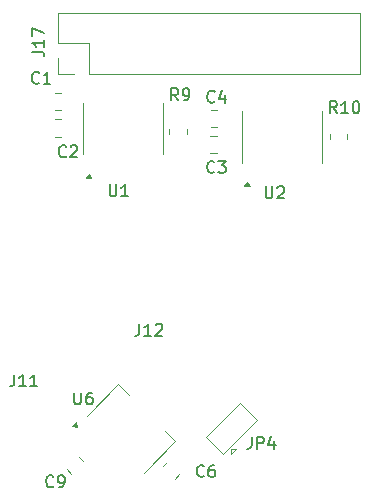
<source format=gbr>
%TF.GenerationSoftware,KiCad,Pcbnew,8.0.4*%
%TF.CreationDate,2024-12-17T16:18:05+07:00*%
%TF.ProjectId,8bit_bus,38626974-5f62-4757-932e-6b696361645f,rev?*%
%TF.SameCoordinates,Original*%
%TF.FileFunction,Legend,Top*%
%TF.FilePolarity,Positive*%
%FSLAX46Y46*%
G04 Gerber Fmt 4.6, Leading zero omitted, Abs format (unit mm)*
G04 Created by KiCad (PCBNEW 8.0.4) date 2024-12-17 16:18:05*
%MOMM*%
%LPD*%
G01*
G04 APERTURE LIST*
%ADD10C,0.150000*%
%ADD11C,0.120000*%
G04 APERTURE END LIST*
D10*
X41291426Y-58952231D02*
X41243807Y-58999851D01*
X41243807Y-58999851D02*
X41100950Y-59047470D01*
X41100950Y-59047470D02*
X41005712Y-59047470D01*
X41005712Y-59047470D02*
X40862855Y-58999851D01*
X40862855Y-58999851D02*
X40767617Y-58904612D01*
X40767617Y-58904612D02*
X40719998Y-58809374D01*
X40719998Y-58809374D02*
X40672379Y-58618898D01*
X40672379Y-58618898D02*
X40672379Y-58476041D01*
X40672379Y-58476041D02*
X40719998Y-58285565D01*
X40719998Y-58285565D02*
X40767617Y-58190327D01*
X40767617Y-58190327D02*
X40862855Y-58095089D01*
X40862855Y-58095089D02*
X41005712Y-58047470D01*
X41005712Y-58047470D02*
X41100950Y-58047470D01*
X41100950Y-58047470D02*
X41243807Y-58095089D01*
X41243807Y-58095089D02*
X41291426Y-58142708D01*
X42148569Y-58047470D02*
X41958093Y-58047470D01*
X41958093Y-58047470D02*
X41862855Y-58095089D01*
X41862855Y-58095089D02*
X41815236Y-58142708D01*
X41815236Y-58142708D02*
X41719998Y-58285565D01*
X41719998Y-58285565D02*
X41672379Y-58476041D01*
X41672379Y-58476041D02*
X41672379Y-58856993D01*
X41672379Y-58856993D02*
X41719998Y-58952231D01*
X41719998Y-58952231D02*
X41767617Y-58999851D01*
X41767617Y-58999851D02*
X41862855Y-59047470D01*
X41862855Y-59047470D02*
X42053331Y-59047470D01*
X42053331Y-59047470D02*
X42148569Y-58999851D01*
X42148569Y-58999851D02*
X42196188Y-58952231D01*
X42196188Y-58952231D02*
X42243807Y-58856993D01*
X42243807Y-58856993D02*
X42243807Y-58618898D01*
X42243807Y-58618898D02*
X42196188Y-58523660D01*
X42196188Y-58523660D02*
X42148569Y-58476041D01*
X42148569Y-58476041D02*
X42053331Y-58428422D01*
X42053331Y-58428422D02*
X41862855Y-58428422D01*
X41862855Y-58428422D02*
X41767617Y-58476041D01*
X41767617Y-58476041D02*
X41719998Y-58523660D01*
X41719998Y-58523660D02*
X41672379Y-58618898D01*
X29632826Y-31875830D02*
X29585207Y-31923450D01*
X29585207Y-31923450D02*
X29442350Y-31971069D01*
X29442350Y-31971069D02*
X29347112Y-31971069D01*
X29347112Y-31971069D02*
X29204255Y-31923450D01*
X29204255Y-31923450D02*
X29109017Y-31828211D01*
X29109017Y-31828211D02*
X29061398Y-31732973D01*
X29061398Y-31732973D02*
X29013779Y-31542497D01*
X29013779Y-31542497D02*
X29013779Y-31399640D01*
X29013779Y-31399640D02*
X29061398Y-31209164D01*
X29061398Y-31209164D02*
X29109017Y-31113926D01*
X29109017Y-31113926D02*
X29204255Y-31018688D01*
X29204255Y-31018688D02*
X29347112Y-30971069D01*
X29347112Y-30971069D02*
X29442350Y-30971069D01*
X29442350Y-30971069D02*
X29585207Y-31018688D01*
X29585207Y-31018688D02*
X29632826Y-31066307D01*
X30013779Y-31066307D02*
X30061398Y-31018688D01*
X30061398Y-31018688D02*
X30156636Y-30971069D01*
X30156636Y-30971069D02*
X30394731Y-30971069D01*
X30394731Y-30971069D02*
X30489969Y-31018688D01*
X30489969Y-31018688D02*
X30537588Y-31066307D01*
X30537588Y-31066307D02*
X30585207Y-31161545D01*
X30585207Y-31161545D02*
X30585207Y-31256783D01*
X30585207Y-31256783D02*
X30537588Y-31399640D01*
X30537588Y-31399640D02*
X29966160Y-31971069D01*
X29966160Y-31971069D02*
X30585207Y-31971069D01*
X45323759Y-55659869D02*
X45323759Y-56374154D01*
X45323759Y-56374154D02*
X45276140Y-56517011D01*
X45276140Y-56517011D02*
X45180902Y-56612250D01*
X45180902Y-56612250D02*
X45038045Y-56659869D01*
X45038045Y-56659869D02*
X44942807Y-56659869D01*
X45799950Y-56659869D02*
X45799950Y-55659869D01*
X45799950Y-55659869D02*
X46180902Y-55659869D01*
X46180902Y-55659869D02*
X46276140Y-55707488D01*
X46276140Y-55707488D02*
X46323759Y-55755107D01*
X46323759Y-55755107D02*
X46371378Y-55850345D01*
X46371378Y-55850345D02*
X46371378Y-55993202D01*
X46371378Y-55993202D02*
X46323759Y-56088440D01*
X46323759Y-56088440D02*
X46276140Y-56136059D01*
X46276140Y-56136059D02*
X46180902Y-56183678D01*
X46180902Y-56183678D02*
X45799950Y-56183678D01*
X47228521Y-55993202D02*
X47228521Y-56659869D01*
X46990426Y-55612250D02*
X46752331Y-56326535D01*
X46752331Y-56326535D02*
X47371378Y-56326535D01*
X42180426Y-33196630D02*
X42132807Y-33244250D01*
X42132807Y-33244250D02*
X41989950Y-33291869D01*
X41989950Y-33291869D02*
X41894712Y-33291869D01*
X41894712Y-33291869D02*
X41751855Y-33244250D01*
X41751855Y-33244250D02*
X41656617Y-33149011D01*
X41656617Y-33149011D02*
X41608998Y-33053773D01*
X41608998Y-33053773D02*
X41561379Y-32863297D01*
X41561379Y-32863297D02*
X41561379Y-32720440D01*
X41561379Y-32720440D02*
X41608998Y-32529964D01*
X41608998Y-32529964D02*
X41656617Y-32434726D01*
X41656617Y-32434726D02*
X41751855Y-32339488D01*
X41751855Y-32339488D02*
X41894712Y-32291869D01*
X41894712Y-32291869D02*
X41989950Y-32291869D01*
X41989950Y-32291869D02*
X42132807Y-32339488D01*
X42132807Y-32339488D02*
X42180426Y-32387107D01*
X42513760Y-32291869D02*
X43132807Y-32291869D01*
X43132807Y-32291869D02*
X42799474Y-32672821D01*
X42799474Y-32672821D02*
X42942331Y-32672821D01*
X42942331Y-32672821D02*
X43037569Y-32720440D01*
X43037569Y-32720440D02*
X43085188Y-32768059D01*
X43085188Y-32768059D02*
X43132807Y-32863297D01*
X43132807Y-32863297D02*
X43132807Y-33101392D01*
X43132807Y-33101392D02*
X43085188Y-33196630D01*
X43085188Y-33196630D02*
X43037569Y-33244250D01*
X43037569Y-33244250D02*
X42942331Y-33291869D01*
X42942331Y-33291869D02*
X42656617Y-33291869D01*
X42656617Y-33291869D02*
X42561379Y-33244250D01*
X42561379Y-33244250D02*
X42513760Y-33196630D01*
X52550035Y-28237269D02*
X52216702Y-27761078D01*
X51978607Y-28237269D02*
X51978607Y-27237269D01*
X51978607Y-27237269D02*
X52359559Y-27237269D01*
X52359559Y-27237269D02*
X52454797Y-27284888D01*
X52454797Y-27284888D02*
X52502416Y-27332507D01*
X52502416Y-27332507D02*
X52550035Y-27427745D01*
X52550035Y-27427745D02*
X52550035Y-27570602D01*
X52550035Y-27570602D02*
X52502416Y-27665840D01*
X52502416Y-27665840D02*
X52454797Y-27713459D01*
X52454797Y-27713459D02*
X52359559Y-27761078D01*
X52359559Y-27761078D02*
X51978607Y-27761078D01*
X53502416Y-28237269D02*
X52930988Y-28237269D01*
X53216702Y-28237269D02*
X53216702Y-27237269D01*
X53216702Y-27237269D02*
X53121464Y-27380126D01*
X53121464Y-27380126D02*
X53026226Y-27475364D01*
X53026226Y-27475364D02*
X52930988Y-27522983D01*
X54121464Y-27237269D02*
X54216702Y-27237269D01*
X54216702Y-27237269D02*
X54311940Y-27284888D01*
X54311940Y-27284888D02*
X54359559Y-27332507D01*
X54359559Y-27332507D02*
X54407178Y-27427745D01*
X54407178Y-27427745D02*
X54454797Y-27618221D01*
X54454797Y-27618221D02*
X54454797Y-27856316D01*
X54454797Y-27856316D02*
X54407178Y-28046792D01*
X54407178Y-28046792D02*
X54359559Y-28142030D01*
X54359559Y-28142030D02*
X54311940Y-28189650D01*
X54311940Y-28189650D02*
X54216702Y-28237269D01*
X54216702Y-28237269D02*
X54121464Y-28237269D01*
X54121464Y-28237269D02*
X54026226Y-28189650D01*
X54026226Y-28189650D02*
X53978607Y-28142030D01*
X53978607Y-28142030D02*
X53930988Y-28046792D01*
X53930988Y-28046792D02*
X53883369Y-27856316D01*
X53883369Y-27856316D02*
X53883369Y-27618221D01*
X53883369Y-27618221D02*
X53930988Y-27427745D01*
X53930988Y-27427745D02*
X53978607Y-27332507D01*
X53978607Y-27332507D02*
X54026226Y-27284888D01*
X54026226Y-27284888D02*
X54121464Y-27237269D01*
X42205826Y-27253030D02*
X42158207Y-27300650D01*
X42158207Y-27300650D02*
X42015350Y-27348269D01*
X42015350Y-27348269D02*
X41920112Y-27348269D01*
X41920112Y-27348269D02*
X41777255Y-27300650D01*
X41777255Y-27300650D02*
X41682017Y-27205411D01*
X41682017Y-27205411D02*
X41634398Y-27110173D01*
X41634398Y-27110173D02*
X41586779Y-26919697D01*
X41586779Y-26919697D02*
X41586779Y-26776840D01*
X41586779Y-26776840D02*
X41634398Y-26586364D01*
X41634398Y-26586364D02*
X41682017Y-26491126D01*
X41682017Y-26491126D02*
X41777255Y-26395888D01*
X41777255Y-26395888D02*
X41920112Y-26348269D01*
X41920112Y-26348269D02*
X42015350Y-26348269D01*
X42015350Y-26348269D02*
X42158207Y-26395888D01*
X42158207Y-26395888D02*
X42205826Y-26443507D01*
X43062969Y-26681602D02*
X43062969Y-27348269D01*
X42824874Y-26300650D02*
X42586779Y-27014935D01*
X42586779Y-27014935D02*
X43205826Y-27014935D01*
X39107426Y-27148969D02*
X38774093Y-26672778D01*
X38535998Y-27148969D02*
X38535998Y-26148969D01*
X38535998Y-26148969D02*
X38916950Y-26148969D01*
X38916950Y-26148969D02*
X39012188Y-26196588D01*
X39012188Y-26196588D02*
X39059807Y-26244207D01*
X39059807Y-26244207D02*
X39107426Y-26339445D01*
X39107426Y-26339445D02*
X39107426Y-26482302D01*
X39107426Y-26482302D02*
X39059807Y-26577540D01*
X39059807Y-26577540D02*
X39012188Y-26625159D01*
X39012188Y-26625159D02*
X38916950Y-26672778D01*
X38916950Y-26672778D02*
X38535998Y-26672778D01*
X39583617Y-27148969D02*
X39774093Y-27148969D01*
X39774093Y-27148969D02*
X39869331Y-27101350D01*
X39869331Y-27101350D02*
X39916950Y-27053730D01*
X39916950Y-27053730D02*
X40012188Y-26910873D01*
X40012188Y-26910873D02*
X40059807Y-26720397D01*
X40059807Y-26720397D02*
X40059807Y-26339445D01*
X40059807Y-26339445D02*
X40012188Y-26244207D01*
X40012188Y-26244207D02*
X39964569Y-26196588D01*
X39964569Y-26196588D02*
X39869331Y-26148969D01*
X39869331Y-26148969D02*
X39678855Y-26148969D01*
X39678855Y-26148969D02*
X39583617Y-26196588D01*
X39583617Y-26196588D02*
X39535998Y-26244207D01*
X39535998Y-26244207D02*
X39488379Y-26339445D01*
X39488379Y-26339445D02*
X39488379Y-26577540D01*
X39488379Y-26577540D02*
X39535998Y-26672778D01*
X39535998Y-26672778D02*
X39583617Y-26720397D01*
X39583617Y-26720397D02*
X39678855Y-26768016D01*
X39678855Y-26768016D02*
X39869331Y-26768016D01*
X39869331Y-26768016D02*
X39964569Y-26720397D01*
X39964569Y-26720397D02*
X40012188Y-26672778D01*
X40012188Y-26672778D02*
X40059807Y-26577540D01*
X28540626Y-59815830D02*
X28493007Y-59863450D01*
X28493007Y-59863450D02*
X28350150Y-59911069D01*
X28350150Y-59911069D02*
X28254912Y-59911069D01*
X28254912Y-59911069D02*
X28112055Y-59863450D01*
X28112055Y-59863450D02*
X28016817Y-59768211D01*
X28016817Y-59768211D02*
X27969198Y-59672973D01*
X27969198Y-59672973D02*
X27921579Y-59482497D01*
X27921579Y-59482497D02*
X27921579Y-59339640D01*
X27921579Y-59339640D02*
X27969198Y-59149164D01*
X27969198Y-59149164D02*
X28016817Y-59053926D01*
X28016817Y-59053926D02*
X28112055Y-58958688D01*
X28112055Y-58958688D02*
X28254912Y-58911069D01*
X28254912Y-58911069D02*
X28350150Y-58911069D01*
X28350150Y-58911069D02*
X28493007Y-58958688D01*
X28493007Y-58958688D02*
X28540626Y-59006307D01*
X29016817Y-59911069D02*
X29207293Y-59911069D01*
X29207293Y-59911069D02*
X29302531Y-59863450D01*
X29302531Y-59863450D02*
X29350150Y-59815830D01*
X29350150Y-59815830D02*
X29445388Y-59672973D01*
X29445388Y-59672973D02*
X29493007Y-59482497D01*
X29493007Y-59482497D02*
X29493007Y-59101545D01*
X29493007Y-59101545D02*
X29445388Y-59006307D01*
X29445388Y-59006307D02*
X29397769Y-58958688D01*
X29397769Y-58958688D02*
X29302531Y-58911069D01*
X29302531Y-58911069D02*
X29112055Y-58911069D01*
X29112055Y-58911069D02*
X29016817Y-58958688D01*
X29016817Y-58958688D02*
X28969198Y-59006307D01*
X28969198Y-59006307D02*
X28921579Y-59101545D01*
X28921579Y-59101545D02*
X28921579Y-59339640D01*
X28921579Y-59339640D02*
X28969198Y-59434878D01*
X28969198Y-59434878D02*
X29016817Y-59482497D01*
X29016817Y-59482497D02*
X29112055Y-59530116D01*
X29112055Y-59530116D02*
X29302531Y-59530116D01*
X29302531Y-59530116D02*
X29397769Y-59482497D01*
X29397769Y-59482497D02*
X29445388Y-59434878D01*
X29445388Y-59434878D02*
X29493007Y-59339640D01*
X33304788Y-34273069D02*
X33304788Y-35082592D01*
X33304788Y-35082592D02*
X33352407Y-35177830D01*
X33352407Y-35177830D02*
X33400026Y-35225450D01*
X33400026Y-35225450D02*
X33495264Y-35273069D01*
X33495264Y-35273069D02*
X33685740Y-35273069D01*
X33685740Y-35273069D02*
X33780978Y-35225450D01*
X33780978Y-35225450D02*
X33828597Y-35177830D01*
X33828597Y-35177830D02*
X33876216Y-35082592D01*
X33876216Y-35082592D02*
X33876216Y-34273069D01*
X34876216Y-35273069D02*
X34304788Y-35273069D01*
X34590502Y-35273069D02*
X34590502Y-34273069D01*
X34590502Y-34273069D02*
X34495264Y-34415926D01*
X34495264Y-34415926D02*
X34400026Y-34511164D01*
X34400026Y-34511164D02*
X34304788Y-34558783D01*
X30307588Y-51900669D02*
X30307588Y-52710192D01*
X30307588Y-52710192D02*
X30355207Y-52805430D01*
X30355207Y-52805430D02*
X30402826Y-52853050D01*
X30402826Y-52853050D02*
X30498064Y-52900669D01*
X30498064Y-52900669D02*
X30688540Y-52900669D01*
X30688540Y-52900669D02*
X30783778Y-52853050D01*
X30783778Y-52853050D02*
X30831397Y-52805430D01*
X30831397Y-52805430D02*
X30879016Y-52710192D01*
X30879016Y-52710192D02*
X30879016Y-51900669D01*
X31783778Y-51900669D02*
X31593302Y-51900669D01*
X31593302Y-51900669D02*
X31498064Y-51948288D01*
X31498064Y-51948288D02*
X31450445Y-51995907D01*
X31450445Y-51995907D02*
X31355207Y-52138764D01*
X31355207Y-52138764D02*
X31307588Y-52329240D01*
X31307588Y-52329240D02*
X31307588Y-52710192D01*
X31307588Y-52710192D02*
X31355207Y-52805430D01*
X31355207Y-52805430D02*
X31402826Y-52853050D01*
X31402826Y-52853050D02*
X31498064Y-52900669D01*
X31498064Y-52900669D02*
X31688540Y-52900669D01*
X31688540Y-52900669D02*
X31783778Y-52853050D01*
X31783778Y-52853050D02*
X31831397Y-52805430D01*
X31831397Y-52805430D02*
X31879016Y-52710192D01*
X31879016Y-52710192D02*
X31879016Y-52472097D01*
X31879016Y-52472097D02*
X31831397Y-52376859D01*
X31831397Y-52376859D02*
X31783778Y-52329240D01*
X31783778Y-52329240D02*
X31688540Y-52281621D01*
X31688540Y-52281621D02*
X31498064Y-52281621D01*
X31498064Y-52281621D02*
X31402826Y-52329240D01*
X31402826Y-52329240D02*
X31355207Y-52376859D01*
X31355207Y-52376859D02*
X31307588Y-52472097D01*
X46512788Y-34450869D02*
X46512788Y-35260392D01*
X46512788Y-35260392D02*
X46560407Y-35355630D01*
X46560407Y-35355630D02*
X46608026Y-35403250D01*
X46608026Y-35403250D02*
X46703264Y-35450869D01*
X46703264Y-35450869D02*
X46893740Y-35450869D01*
X46893740Y-35450869D02*
X46988978Y-35403250D01*
X46988978Y-35403250D02*
X47036597Y-35355630D01*
X47036597Y-35355630D02*
X47084216Y-35260392D01*
X47084216Y-35260392D02*
X47084216Y-34450869D01*
X47512788Y-34546107D02*
X47560407Y-34498488D01*
X47560407Y-34498488D02*
X47655645Y-34450869D01*
X47655645Y-34450869D02*
X47893740Y-34450869D01*
X47893740Y-34450869D02*
X47988978Y-34498488D01*
X47988978Y-34498488D02*
X48036597Y-34546107D01*
X48036597Y-34546107D02*
X48084216Y-34641345D01*
X48084216Y-34641345D02*
X48084216Y-34736583D01*
X48084216Y-34736583D02*
X48036597Y-34879440D01*
X48036597Y-34879440D02*
X47465169Y-35450869D01*
X47465169Y-35450869D02*
X48084216Y-35450869D01*
X26765112Y-23029373D02*
X27479397Y-23029373D01*
X27479397Y-23029373D02*
X27622254Y-23076992D01*
X27622254Y-23076992D02*
X27717493Y-23172230D01*
X27717493Y-23172230D02*
X27765112Y-23315087D01*
X27765112Y-23315087D02*
X27765112Y-23410325D01*
X27765112Y-22029373D02*
X27765112Y-22600801D01*
X27765112Y-22315087D02*
X26765112Y-22315087D01*
X26765112Y-22315087D02*
X26907969Y-22410325D01*
X26907969Y-22410325D02*
X27003207Y-22505563D01*
X27003207Y-22505563D02*
X27050826Y-22600801D01*
X26765112Y-21696039D02*
X26765112Y-21029373D01*
X26765112Y-21029373D02*
X27765112Y-21457944D01*
X27346826Y-25652830D02*
X27299207Y-25700450D01*
X27299207Y-25700450D02*
X27156350Y-25748069D01*
X27156350Y-25748069D02*
X27061112Y-25748069D01*
X27061112Y-25748069D02*
X26918255Y-25700450D01*
X26918255Y-25700450D02*
X26823017Y-25605211D01*
X26823017Y-25605211D02*
X26775398Y-25509973D01*
X26775398Y-25509973D02*
X26727779Y-25319497D01*
X26727779Y-25319497D02*
X26727779Y-25176640D01*
X26727779Y-25176640D02*
X26775398Y-24986164D01*
X26775398Y-24986164D02*
X26823017Y-24890926D01*
X26823017Y-24890926D02*
X26918255Y-24795688D01*
X26918255Y-24795688D02*
X27061112Y-24748069D01*
X27061112Y-24748069D02*
X27156350Y-24748069D01*
X27156350Y-24748069D02*
X27299207Y-24795688D01*
X27299207Y-24795688D02*
X27346826Y-24843307D01*
X28299207Y-25748069D02*
X27727779Y-25748069D01*
X28013493Y-25748069D02*
X28013493Y-24748069D01*
X28013493Y-24748069D02*
X27918255Y-24890926D01*
X27918255Y-24890926D02*
X27823017Y-24986164D01*
X27823017Y-24986164D02*
X27727779Y-25033783D01*
X25230769Y-50376669D02*
X25230769Y-51090954D01*
X25230769Y-51090954D02*
X25183150Y-51233811D01*
X25183150Y-51233811D02*
X25087912Y-51329050D01*
X25087912Y-51329050D02*
X24945055Y-51376669D01*
X24945055Y-51376669D02*
X24849817Y-51376669D01*
X26230769Y-51376669D02*
X25659341Y-51376669D01*
X25945055Y-51376669D02*
X25945055Y-50376669D01*
X25945055Y-50376669D02*
X25849817Y-50519526D01*
X25849817Y-50519526D02*
X25754579Y-50614764D01*
X25754579Y-50614764D02*
X25659341Y-50662383D01*
X27183150Y-51376669D02*
X26611722Y-51376669D01*
X26897436Y-51376669D02*
X26897436Y-50376669D01*
X26897436Y-50376669D02*
X26802198Y-50519526D01*
X26802198Y-50519526D02*
X26706960Y-50614764D01*
X26706960Y-50614764D02*
X26611722Y-50662383D01*
X35822569Y-46084069D02*
X35822569Y-46798354D01*
X35822569Y-46798354D02*
X35774950Y-46941211D01*
X35774950Y-46941211D02*
X35679712Y-47036450D01*
X35679712Y-47036450D02*
X35536855Y-47084069D01*
X35536855Y-47084069D02*
X35441617Y-47084069D01*
X36822569Y-47084069D02*
X36251141Y-47084069D01*
X36536855Y-47084069D02*
X36536855Y-46084069D01*
X36536855Y-46084069D02*
X36441617Y-46226926D01*
X36441617Y-46226926D02*
X36346379Y-46322164D01*
X36346379Y-46322164D02*
X36251141Y-46369783D01*
X37203522Y-46179307D02*
X37251141Y-46131688D01*
X37251141Y-46131688D02*
X37346379Y-46084069D01*
X37346379Y-46084069D02*
X37584474Y-46084069D01*
X37584474Y-46084069D02*
X37679712Y-46131688D01*
X37679712Y-46131688D02*
X37727331Y-46179307D01*
X37727331Y-46179307D02*
X37774950Y-46274545D01*
X37774950Y-46274545D02*
X37774950Y-46369783D01*
X37774950Y-46369783D02*
X37727331Y-46512640D01*
X37727331Y-46512640D02*
X37155903Y-47084069D01*
X37155903Y-47084069D02*
X37774950Y-47084069D01*
D11*
%TO.C,C6*%
X37797685Y-58155611D02*
X38167152Y-57786144D01*
X38837132Y-59195058D02*
X39206599Y-58825591D01*
%TO.C,C2*%
X29197146Y-28749250D02*
X28674640Y-28749250D01*
X29197146Y-30219250D02*
X28674640Y-30219250D01*
%TO.C,JP4*%
X41477217Y-55671312D02*
X44376355Y-52772174D01*
X42891431Y-57085526D02*
X41477217Y-55671312D01*
X43563182Y-56696617D02*
X43563182Y-57120881D01*
X43563182Y-56696617D02*
X43987446Y-56696617D01*
X43563182Y-57120881D02*
X43987446Y-56696617D01*
X44376355Y-52772174D02*
X45790569Y-54186388D01*
X45790569Y-54186388D02*
X42891431Y-57085526D01*
%TO.C,C3*%
X42365145Y-30133850D02*
X41842639Y-30133850D01*
X42365145Y-31603850D02*
X41842639Y-31603850D01*
%TO.C,R10*%
X51949893Y-30422514D02*
X51949893Y-29968386D01*
X53419893Y-30422514D02*
X53419893Y-29968386D01*
%TO.C,C4*%
X42375147Y-27963850D02*
X41852641Y-27963850D01*
X42375147Y-29433850D02*
X41852641Y-29433850D01*
%TO.C,R9*%
X38360893Y-30041514D02*
X38360893Y-29587386D01*
X39830893Y-30041514D02*
X39830893Y-29587386D01*
%TO.C,C9*%
X30047152Y-58761556D02*
X29677685Y-58392089D01*
X31086599Y-57722109D02*
X30717132Y-57352642D01*
%TO.C,U1*%
X31073894Y-29541350D02*
X31073893Y-27341351D01*
X31073894Y-29541350D02*
X31073893Y-31741349D01*
X37843892Y-29541350D02*
X37843893Y-27341351D01*
X37843892Y-29541350D02*
X37843893Y-31741349D01*
X31773893Y-33731350D02*
X31293893Y-33731349D01*
X31533893Y-33401350D01*
X31773893Y-33731350D01*
G36*
X31773893Y-33731350D02*
G01*
X31293893Y-33731349D01*
X31533893Y-33401350D01*
X31773893Y-33731350D01*
G37*
%TO.C,U6*%
X31394511Y-53845763D02*
X34053233Y-51187042D01*
X34053233Y-51187042D02*
X34944187Y-52077996D01*
X36216980Y-58668232D02*
X38875701Y-56009510D01*
X38875701Y-56009510D02*
X37984747Y-55118556D01*
X30560125Y-54821571D02*
X30157074Y-54757931D01*
X30496486Y-54418520D01*
X30560125Y-54821571D01*
G36*
X30560125Y-54821571D02*
G01*
X30157074Y-54757931D01*
X30496486Y-54418520D01*
X30560125Y-54821571D01*
G37*
%TO.C,U2*%
X44488894Y-30251349D02*
X44488893Y-28051350D01*
X44488894Y-30251349D02*
X44488893Y-32451348D01*
X51258892Y-30251349D02*
X51258893Y-28051350D01*
X51258892Y-30251349D02*
X51258893Y-32451348D01*
X45188893Y-34441349D02*
X44708893Y-34441348D01*
X44948893Y-34111349D01*
X45188893Y-34441349D01*
G36*
X45188893Y-34441349D02*
G01*
X44708893Y-34441348D01*
X44948893Y-34111349D01*
X45188893Y-34441349D01*
G37*
%TO.C,J17*%
X28963893Y-19738850D02*
X54483893Y-19738850D01*
X28963893Y-22338849D02*
X28963893Y-19738850D01*
X28963893Y-24938850D02*
X28963893Y-23608850D01*
X30293893Y-24938850D02*
X28963893Y-24938850D01*
X31563893Y-22338850D02*
X28963893Y-22338849D01*
X31563894Y-24938850D02*
X31563893Y-22338850D01*
X31563894Y-24938850D02*
X54483893Y-24938850D01*
X54483893Y-24938850D02*
X54483893Y-19738850D01*
%TO.C,C1*%
X29197146Y-26514050D02*
X28674640Y-26514050D01*
X29197146Y-27984050D02*
X28674640Y-27984050D01*
%TD*%
M02*

</source>
